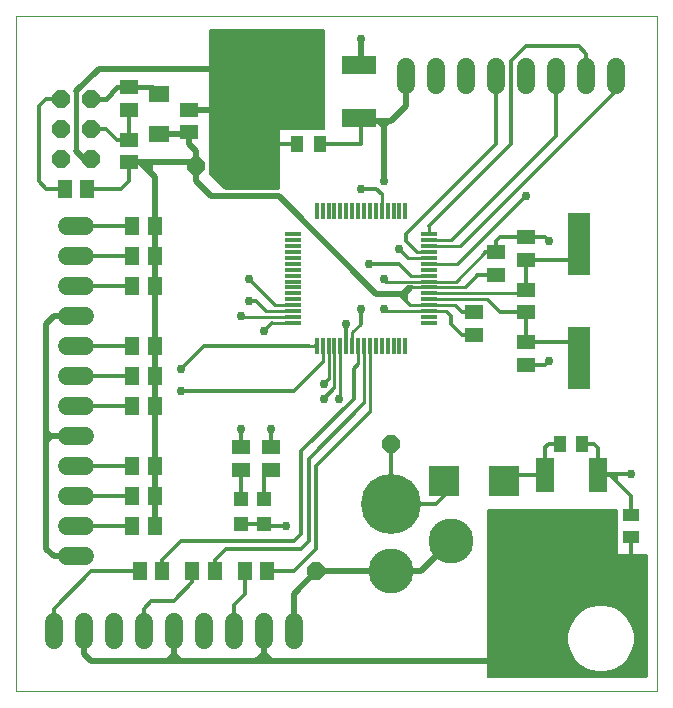
<source format=gtl>
G04 EAGLE Gerber RS-274X export*
G75*
%MOMM*%
%FSLAX34Y34*%
%LPD*%
%INTop Layer*%
%IPPOS*%
%AMOC8*
5,1,8,0,0,1.08239X$1,22.5*%
G01*
%ADD10C,0.000000*%
%ADD11P,1.649562X8X22.500000*%
%ADD12P,1.649562X8X202.500000*%
%ADD13P,1.649562X8X292.500000*%
%ADD14R,1.500000X1.300000*%
%ADD15R,1.422400X1.117600*%
%ADD16R,1.117600X1.422400*%
%ADD17R,2.540000X2.540000*%
%ADD18R,4.191000X4.826000*%
%ADD19R,2.997200X1.600200*%
%ADD20R,4.826000X4.191000*%
%ADD21R,1.600200X2.997200*%
%ADD22R,0.300000X1.475000*%
%ADD23R,1.475000X0.300000*%
%ADD24R,1.200000X1.200000*%
%ADD25R,1.930400X5.334000*%
%ADD26R,1.300000X1.500000*%
%ADD27C,1.508000*%
%ADD28C,3.810000*%
%ADD29C,5.080000*%
%ADD30R,1.800000X1.400000*%
%ADD31C,0.304800*%
%ADD32C,0.756400*%
%ADD33C,0.508000*%
%ADD34C,0.406400*%
%ADD35C,0.254000*%
%ADD36C,0.152400*%

G36*
X533426Y11180D02*
X533426Y11180D01*
X533452Y11178D01*
X533599Y11200D01*
X533746Y11217D01*
X533771Y11225D01*
X533797Y11229D01*
X533935Y11284D01*
X534074Y11334D01*
X534096Y11348D01*
X534121Y11358D01*
X534242Y11443D01*
X534367Y11523D01*
X534385Y11542D01*
X534407Y11557D01*
X534506Y11667D01*
X534609Y11774D01*
X534623Y11796D01*
X534640Y11816D01*
X534712Y11946D01*
X534788Y12073D01*
X534796Y12098D01*
X534809Y12121D01*
X534849Y12264D01*
X534894Y12405D01*
X534896Y12431D01*
X534904Y12456D01*
X534923Y12700D01*
X534923Y114300D01*
X534920Y114326D01*
X534922Y114352D01*
X534900Y114499D01*
X534883Y114646D01*
X534875Y114671D01*
X534871Y114697D01*
X534816Y114835D01*
X534766Y114974D01*
X534752Y114996D01*
X534742Y115021D01*
X534657Y115142D01*
X534577Y115267D01*
X534558Y115285D01*
X534543Y115307D01*
X534433Y115406D01*
X534326Y115509D01*
X534304Y115523D01*
X534284Y115540D01*
X534154Y115612D01*
X534027Y115688D01*
X534002Y115696D01*
X533979Y115709D01*
X533836Y115749D01*
X533695Y115794D01*
X533669Y115796D01*
X533644Y115804D01*
X533400Y115823D01*
X509523Y115823D01*
X509523Y152400D01*
X509520Y152426D01*
X509522Y152452D01*
X509500Y152599D01*
X509483Y152746D01*
X509475Y152771D01*
X509471Y152797D01*
X509416Y152935D01*
X509366Y153074D01*
X509352Y153096D01*
X509342Y153121D01*
X509257Y153242D01*
X509177Y153367D01*
X509158Y153385D01*
X509143Y153407D01*
X509033Y153506D01*
X508926Y153609D01*
X508904Y153623D01*
X508884Y153640D01*
X508754Y153712D01*
X508627Y153788D01*
X508602Y153796D01*
X508579Y153809D01*
X508436Y153849D01*
X508295Y153894D01*
X508269Y153896D01*
X508244Y153904D01*
X508000Y153923D01*
X400050Y153923D01*
X400024Y153920D01*
X399998Y153922D01*
X399851Y153900D01*
X399704Y153883D01*
X399679Y153875D01*
X399653Y153871D01*
X399515Y153816D01*
X399376Y153766D01*
X399354Y153752D01*
X399329Y153742D01*
X399208Y153657D01*
X399083Y153577D01*
X399065Y153558D01*
X399043Y153543D01*
X398944Y153433D01*
X398841Y153326D01*
X398827Y153304D01*
X398810Y153284D01*
X398738Y153154D01*
X398662Y153027D01*
X398654Y153002D01*
X398641Y152979D01*
X398601Y152836D01*
X398556Y152695D01*
X398554Y152669D01*
X398546Y152644D01*
X398527Y152400D01*
X398527Y12700D01*
X398530Y12674D01*
X398528Y12648D01*
X398550Y12501D01*
X398567Y12354D01*
X398575Y12329D01*
X398579Y12303D01*
X398634Y12165D01*
X398684Y12026D01*
X398698Y12004D01*
X398708Y11979D01*
X398793Y11858D01*
X398873Y11733D01*
X398892Y11715D01*
X398907Y11693D01*
X399017Y11594D01*
X399124Y11491D01*
X399146Y11477D01*
X399166Y11460D01*
X399296Y11388D01*
X399423Y11312D01*
X399448Y11304D01*
X399471Y11291D01*
X399614Y11251D01*
X399755Y11206D01*
X399781Y11204D01*
X399806Y11196D01*
X400050Y11177D01*
X533400Y11177D01*
X533426Y11180D01*
G37*
G36*
X222276Y424692D02*
X222276Y424692D01*
X222302Y424690D01*
X222449Y424712D01*
X222596Y424729D01*
X222621Y424737D01*
X222647Y424741D01*
X222785Y424796D01*
X222924Y424846D01*
X222946Y424860D01*
X222971Y424870D01*
X223092Y424955D01*
X223217Y425035D01*
X223235Y425054D01*
X223257Y425069D01*
X223356Y425179D01*
X223459Y425286D01*
X223473Y425308D01*
X223490Y425328D01*
X223562Y425458D01*
X223638Y425585D01*
X223646Y425610D01*
X223659Y425633D01*
X223699Y425776D01*
X223744Y425917D01*
X223746Y425943D01*
X223754Y425968D01*
X223773Y426212D01*
X223773Y474727D01*
X260350Y474727D01*
X260376Y474730D01*
X260402Y474728D01*
X260549Y474750D01*
X260696Y474767D01*
X260721Y474775D01*
X260747Y474779D01*
X260885Y474834D01*
X261024Y474884D01*
X261046Y474898D01*
X261071Y474908D01*
X261192Y474993D01*
X261317Y475073D01*
X261335Y475092D01*
X261357Y475107D01*
X261456Y475217D01*
X261559Y475324D01*
X261573Y475346D01*
X261590Y475366D01*
X261662Y475496D01*
X261738Y475623D01*
X261746Y475648D01*
X261759Y475671D01*
X261799Y475814D01*
X261844Y475955D01*
X261846Y475981D01*
X261854Y476006D01*
X261873Y476250D01*
X261873Y558800D01*
X261870Y558826D01*
X261872Y558852D01*
X261850Y558999D01*
X261833Y559146D01*
X261825Y559171D01*
X261821Y559197D01*
X261766Y559335D01*
X261716Y559474D01*
X261702Y559496D01*
X261692Y559521D01*
X261607Y559642D01*
X261527Y559767D01*
X261508Y559785D01*
X261493Y559807D01*
X261383Y559906D01*
X261276Y560009D01*
X261254Y560023D01*
X261234Y560040D01*
X261104Y560112D01*
X260977Y560188D01*
X260952Y560196D01*
X260929Y560209D01*
X260786Y560249D01*
X260645Y560294D01*
X260619Y560296D01*
X260594Y560304D01*
X260350Y560323D01*
X165100Y560323D01*
X165074Y560320D01*
X165048Y560322D01*
X164901Y560300D01*
X164754Y560283D01*
X164729Y560275D01*
X164703Y560271D01*
X164565Y560216D01*
X164426Y560166D01*
X164404Y560152D01*
X164379Y560142D01*
X164258Y560057D01*
X164133Y559977D01*
X164115Y559958D01*
X164093Y559943D01*
X163994Y559833D01*
X163891Y559726D01*
X163877Y559704D01*
X163860Y559684D01*
X163788Y559554D01*
X163712Y559427D01*
X163704Y559402D01*
X163691Y559379D01*
X163651Y559236D01*
X163606Y559095D01*
X163604Y559069D01*
X163596Y559044D01*
X163577Y558800D01*
X163577Y438150D01*
X163591Y438024D01*
X163598Y437898D01*
X163611Y437852D01*
X163617Y437804D01*
X163659Y437685D01*
X163694Y437563D01*
X163718Y437521D01*
X163734Y437476D01*
X163803Y437369D01*
X163864Y437259D01*
X163904Y437213D01*
X163923Y437183D01*
X163958Y437149D01*
X164023Y437073D01*
X175961Y425135D01*
X176060Y425056D01*
X176154Y424972D01*
X176196Y424948D01*
X176234Y424918D01*
X176348Y424864D01*
X176459Y424803D01*
X176505Y424790D01*
X176549Y424769D01*
X176672Y424743D01*
X176794Y424708D01*
X176855Y424703D01*
X176890Y424696D01*
X176938Y424697D01*
X177038Y424689D01*
X222250Y424689D01*
X222276Y424692D01*
G37*
%LPC*%
G36*
X491658Y16789D02*
X491658Y16789D01*
X484623Y18674D01*
X478316Y22316D01*
X473166Y27466D01*
X469524Y33773D01*
X467639Y40808D01*
X467639Y48092D01*
X469524Y55127D01*
X473166Y61434D01*
X478316Y66584D01*
X484623Y70226D01*
X491658Y72111D01*
X498942Y72111D01*
X505977Y70226D01*
X512284Y66584D01*
X517434Y61434D01*
X521076Y55127D01*
X522961Y48092D01*
X522961Y40808D01*
X521076Y33773D01*
X517434Y27466D01*
X512284Y22316D01*
X505977Y18674D01*
X498942Y16789D01*
X491658Y16789D01*
G37*
%LPD*%
D10*
X0Y0D02*
X542800Y0D01*
X542800Y571400D01*
X0Y571400D01*
X0Y0D01*
D11*
X152400Y444500D03*
X419100Y38100D03*
D12*
X317500Y209550D03*
D13*
X38100Y501650D03*
X63500Y501650D03*
X38100Y476250D03*
X63500Y476250D03*
X38100Y450850D03*
X63500Y450850D03*
D14*
X406400Y352450D03*
X406400Y371450D03*
X95250Y492150D03*
X95250Y511150D03*
D15*
X520700Y130175D03*
X520700Y149225D03*
D16*
X238125Y463550D03*
X257175Y463550D03*
D14*
X431800Y365150D03*
X431800Y384150D03*
X431800Y295250D03*
X431800Y276250D03*
D16*
X460375Y209550D03*
X479425Y209550D03*
D14*
X387350Y320650D03*
X387350Y301650D03*
D17*
X412750Y177800D03*
X361950Y177800D03*
D11*
X254000Y101600D03*
D18*
X207772Y508000D03*
D19*
X290576Y530098D03*
X290576Y485394D03*
D20*
X469900Y99822D03*
D21*
X447802Y182626D03*
X492506Y182626D03*
D22*
X254600Y291870D03*
X259600Y291870D03*
X264600Y291870D03*
X269600Y291870D03*
X274600Y291870D03*
X279600Y291870D03*
X284600Y291870D03*
X289600Y291870D03*
X294600Y291870D03*
X299600Y291870D03*
X304600Y291870D03*
X309600Y291870D03*
X314600Y291870D03*
X319600Y291870D03*
X324600Y291870D03*
X329600Y291870D03*
D23*
X349480Y311750D03*
X349480Y316750D03*
X349480Y321750D03*
X349480Y326750D03*
X349480Y331750D03*
X349480Y336750D03*
X349480Y341750D03*
X349480Y346750D03*
X349480Y351750D03*
X349480Y356750D03*
X349480Y361750D03*
X349480Y366750D03*
X349480Y371750D03*
X349480Y376750D03*
X349480Y381750D03*
X349480Y386750D03*
D22*
X329600Y406630D03*
X324600Y406630D03*
X319600Y406630D03*
X314600Y406630D03*
X309600Y406630D03*
X304600Y406630D03*
X299600Y406630D03*
X294600Y406630D03*
X289600Y406630D03*
X284600Y406630D03*
X279600Y406630D03*
X274600Y406630D03*
X269600Y406630D03*
X264600Y406630D03*
X259600Y406630D03*
X254600Y406630D03*
D23*
X234720Y386750D03*
X234720Y381750D03*
X234720Y376750D03*
X234720Y371750D03*
X234720Y366750D03*
X234720Y361750D03*
X234720Y356750D03*
X234720Y351750D03*
X234720Y346750D03*
X234720Y341750D03*
X234720Y336750D03*
X234720Y331750D03*
X234720Y326750D03*
X234720Y321750D03*
X234720Y316750D03*
X234720Y311750D03*
D24*
X190500Y141900D03*
X190500Y162900D03*
X209550Y141900D03*
X209550Y162900D03*
D25*
X476250Y281940D03*
X476250Y378460D03*
D26*
X212700Y101600D03*
X193700Y101600D03*
D14*
X431800Y320700D03*
X431800Y339700D03*
X215900Y187350D03*
X215900Y206350D03*
X190500Y187350D03*
X190500Y206350D03*
D26*
X41300Y425450D03*
X60300Y425450D03*
D14*
X95250Y466700D03*
X95250Y447700D03*
D26*
X168250Y101600D03*
X149250Y101600D03*
X123800Y101600D03*
X104800Y101600D03*
D27*
X234950Y58340D02*
X234950Y43260D01*
X209550Y43260D02*
X209550Y58340D01*
X184150Y58340D02*
X184150Y43260D01*
X158750Y43260D02*
X158750Y58340D01*
X133350Y58340D02*
X133350Y43260D01*
X107950Y43260D02*
X107950Y58340D01*
X82550Y58340D02*
X82550Y43260D01*
X57150Y43260D02*
X57150Y58340D01*
X31750Y58340D02*
X31750Y43260D01*
D28*
X317500Y101600D03*
X368300Y127000D03*
D29*
X317500Y158750D03*
D27*
X330200Y513160D02*
X330200Y528240D01*
X355600Y528240D02*
X355600Y513160D01*
X381000Y513160D02*
X381000Y528240D01*
X406400Y528240D02*
X406400Y513160D01*
X431800Y513160D02*
X431800Y528240D01*
X457200Y528240D02*
X457200Y513160D01*
X482600Y513160D02*
X482600Y528240D01*
X508000Y528240D02*
X508000Y513160D01*
X58340Y215900D02*
X43260Y215900D01*
X43260Y241300D02*
X58340Y241300D01*
X58340Y266700D02*
X43260Y266700D01*
X43260Y292100D02*
X58340Y292100D01*
X58340Y317500D02*
X43260Y317500D01*
X43260Y342900D02*
X58340Y342900D01*
X58340Y368300D02*
X43260Y368300D01*
X43260Y393700D02*
X58340Y393700D01*
X58340Y114300D02*
X43260Y114300D01*
X43260Y139700D02*
X58340Y139700D01*
X58340Y165100D02*
X43260Y165100D01*
X43260Y190500D02*
X58340Y190500D01*
D26*
X98450Y139700D03*
X117450Y139700D03*
X98450Y165100D03*
X117450Y165100D03*
X98450Y190500D03*
X117450Y190500D03*
X98450Y342900D03*
X117450Y342900D03*
X98450Y368300D03*
X117450Y368300D03*
X98450Y393700D03*
X117450Y393700D03*
X98450Y241300D03*
X117450Y241300D03*
X98450Y266700D03*
X117450Y266700D03*
X98450Y292100D03*
X117450Y292100D03*
D30*
X120650Y471950D03*
X120650Y505950D03*
D14*
X146050Y473100D03*
X146050Y492100D03*
D31*
X431800Y384150D02*
X447700Y384150D01*
X450850Y381000D01*
D32*
X450850Y381000D03*
D31*
X447700Y276250D02*
X431800Y276250D01*
X447700Y276250D02*
X450850Y279400D01*
D32*
X450850Y279400D03*
D33*
X50800Y114300D02*
X31750Y114300D01*
X25400Y120650D01*
X25400Y212090D01*
X25400Y215900D01*
X25400Y219710D01*
X25400Y311150D01*
X31750Y317500D01*
X50800Y317500D01*
D31*
X50800Y215900D02*
X25400Y215900D01*
D33*
X29210Y215900D02*
X25400Y219710D01*
X29210Y215900D02*
X50800Y215900D01*
X29210Y215900D02*
X25400Y212090D01*
D31*
X190500Y141900D02*
X209550Y141900D01*
D33*
X254000Y101600D02*
X234950Y82550D01*
X254000Y101600D02*
X317500Y101600D01*
X342900Y101600D01*
X368300Y127000D01*
D31*
X492506Y182626D02*
X503174Y182626D01*
X505460Y180340D01*
X520700Y165100D02*
X520700Y149225D01*
X492506Y182626D02*
X492506Y184150D01*
X492506Y205994D01*
X488950Y209550D01*
X479425Y209550D01*
D34*
X76200Y501650D02*
X63500Y501650D01*
X85700Y511150D02*
X95250Y511150D01*
X85700Y511150D02*
X76200Y501650D01*
D31*
X257175Y463550D02*
X292100Y463550D01*
X292100Y483870D01*
X290576Y485394D01*
D32*
X520700Y184150D03*
D31*
X508000Y184150D01*
X505460Y184150D01*
X492506Y184150D01*
X505460Y180340D02*
X508000Y177800D01*
X505460Y180340D02*
X505460Y184150D01*
X508000Y177800D02*
X520700Y165100D01*
X508000Y177800D02*
X508000Y184150D01*
D33*
X234950Y82550D02*
X234950Y50800D01*
D35*
X349480Y346750D02*
X372150Y346750D01*
D31*
X396850Y371450D02*
X406400Y371450D01*
D35*
X396850Y371450D02*
X372150Y346750D01*
X364050Y321750D02*
X349480Y321750D01*
X364050Y321750D02*
X368300Y317500D01*
D31*
X368300Y311150D01*
X377800Y301650D01*
X387350Y301650D01*
D33*
X330200Y495300D02*
X330200Y520700D01*
D31*
X209550Y141900D02*
X211750Y139700D01*
X228600Y139700D01*
D32*
X228600Y139700D03*
D31*
X293370Y482600D02*
X290576Y485394D01*
D33*
X317500Y482600D02*
X330200Y495300D01*
X307340Y482600D02*
X293370Y482600D01*
X307340Y482600D02*
X311150Y482600D01*
D31*
X311150Y478790D01*
D32*
X311150Y431800D03*
D33*
X311150Y478790D01*
X314960Y482600D02*
X317500Y482600D01*
X314960Y482600D02*
X311150Y482600D01*
X311150Y478790D02*
X307340Y482600D01*
X311150Y478790D02*
X314960Y482600D01*
D31*
X311150Y323850D02*
X313250Y321750D01*
D32*
X311150Y323850D03*
D35*
X313250Y321750D02*
X349480Y321750D01*
X349480Y346750D02*
X313650Y346750D01*
D31*
X311150Y349250D01*
D32*
X311150Y349250D03*
D31*
X409550Y384150D02*
X431800Y384150D01*
X409550Y384150D02*
X406400Y381000D01*
X406400Y371450D01*
D34*
X115450Y511150D02*
X95250Y511150D01*
X115450Y511150D02*
X120650Y505950D01*
D33*
X117450Y165100D02*
X117450Y139700D01*
X117450Y165100D02*
X117450Y190500D01*
X117450Y241300D01*
X117450Y266700D01*
X117450Y292100D01*
X117450Y342900D01*
X117450Y368300D01*
X117450Y393700D01*
X117450Y435000D01*
X113030Y439420D02*
X104750Y447700D01*
D31*
X95250Y447700D02*
X92100Y450850D01*
X60300Y425450D02*
X57150Y422300D01*
X390550Y352450D02*
X406400Y352450D01*
D35*
X390550Y352450D02*
X379850Y341750D01*
X349480Y341750D01*
X349480Y326750D02*
X371750Y326750D01*
D31*
X377850Y320650D02*
X387350Y320650D01*
D35*
X377850Y320650D02*
X371750Y326750D01*
X349480Y326750D02*
X333650Y326750D01*
D31*
X330200Y330200D01*
X330200Y336550D01*
D35*
X335400Y341750D02*
X349480Y341750D01*
D31*
X335400Y341750D02*
X330200Y336550D01*
D33*
X326390Y336550D02*
X323850Y336550D01*
X304800Y336550D01*
X222250Y419100D01*
D31*
X328930Y336550D02*
X330200Y336550D01*
X328930Y336550D02*
X326390Y336550D01*
D33*
X104750Y447700D02*
X95250Y447700D01*
X104750Y447700D02*
X113030Y447700D01*
X113030Y439420D02*
X117450Y435000D01*
X113030Y439420D02*
X113030Y447700D01*
D31*
X334130Y341750D02*
X335400Y341750D01*
X334130Y341750D02*
X328930Y336550D01*
X326390Y334010D02*
X323850Y336550D01*
X326390Y334010D02*
X328930Y331470D01*
X326390Y334010D02*
X326390Y336550D01*
X328930Y331470D02*
X330200Y330200D01*
X328930Y331470D02*
X328930Y336550D01*
X331590Y341750D02*
X334130Y341750D01*
X331590Y341750D02*
X326390Y336550D01*
D33*
X152400Y431800D02*
X152400Y444500D01*
X152400Y431800D02*
X165100Y419100D01*
X222250Y419100D01*
X149200Y447700D02*
X95250Y447700D01*
X149200Y447700D02*
X152400Y444500D01*
D31*
X88900Y425450D02*
X60300Y425450D01*
X88900Y425450D02*
X95250Y431800D01*
X95250Y447700D01*
X150350Y446550D02*
X152400Y444500D01*
X144000Y471050D02*
X146050Y473100D01*
D33*
X144900Y471950D01*
X120650Y471950D01*
X152400Y457200D02*
X152400Y444500D01*
X146050Y463550D02*
X146050Y473100D01*
X146050Y463550D02*
X152400Y457200D01*
X57150Y31750D02*
X63500Y25400D01*
X128270Y25400D01*
X133350Y25400D01*
X138430Y25400D01*
X203200Y25400D01*
X209550Y31750D01*
X138430Y25400D02*
X133350Y30480D01*
X128270Y25400D01*
X203200Y25400D02*
X214630Y25400D01*
D31*
X215900Y25400D01*
D33*
X406400Y25400D01*
D31*
X214630Y25400D02*
X209550Y30480D01*
D33*
X209550Y31750D02*
X215900Y25400D01*
D31*
X520700Y114300D02*
X520700Y130175D01*
D32*
X292100Y552450D03*
D33*
X292100Y531622D01*
D31*
X290576Y530098D01*
D33*
X57150Y50800D02*
X57150Y31750D01*
X133350Y25400D02*
X133350Y50800D01*
X209550Y50800D02*
X209550Y30480D01*
D31*
X44450Y422300D02*
X41300Y425450D01*
D35*
X309600Y420650D02*
X309600Y406630D01*
D31*
X309600Y420650D02*
X304800Y425450D01*
X292100Y425450D01*
D32*
X292100Y425450D03*
D31*
X38100Y501650D02*
X25400Y501650D01*
X19050Y495300D01*
X19050Y431800D01*
X25400Y425450D01*
X41300Y425450D01*
X431800Y365150D02*
X431800Y339700D01*
X431800Y365150D02*
X473100Y365150D01*
X476250Y368300D01*
X476250Y378460D01*
D35*
X428850Y336750D02*
X349480Y336750D01*
D31*
X428850Y336750D02*
X431800Y339700D01*
D36*
X431800Y320700D02*
X431800Y317500D01*
D31*
X431800Y295250D01*
X473100Y295250D01*
X476250Y292100D01*
X476250Y281940D01*
D35*
X398500Y331750D02*
X349480Y331750D01*
D31*
X409550Y320700D02*
X431800Y320700D01*
D35*
X409550Y320700D02*
X398500Y331750D01*
D31*
X76200Y476250D02*
X63500Y476250D01*
X85750Y466700D02*
X95250Y466700D01*
X85750Y466700D02*
X76200Y476250D01*
X95250Y466700D02*
X95250Y492150D01*
D35*
X334050Y351750D02*
X349480Y351750D01*
D31*
X334050Y351750D02*
X323850Y361950D01*
D32*
X298450Y361950D03*
D31*
X323850Y361950D01*
D35*
X349480Y361750D02*
X374450Y361750D01*
D32*
X431800Y419100D03*
D31*
X374450Y361750D01*
X331750Y366750D02*
X323850Y374650D01*
D35*
X331750Y366750D02*
X349480Y366750D01*
D32*
X323850Y374650D03*
D35*
X339450Y371750D02*
X349480Y371750D01*
D31*
X339450Y371750D02*
X330200Y381000D01*
X330200Y387350D01*
X406400Y463550D01*
X406400Y520700D01*
D35*
X376750Y376750D02*
X349480Y376750D01*
D31*
X508000Y508000D02*
X508000Y520700D01*
X508000Y508000D02*
X376750Y376750D01*
D35*
X294600Y291870D02*
X294600Y243800D01*
D31*
X168250Y111100D02*
X168250Y101600D01*
X241300Y120650D02*
X247650Y127000D01*
X177800Y120650D02*
X168250Y111100D01*
X177800Y120650D02*
X241300Y120650D01*
X247650Y127000D02*
X247650Y196850D01*
X294600Y243800D01*
X123800Y111100D02*
X123800Y101600D01*
D35*
X289600Y276900D02*
X289600Y291870D01*
D31*
X289600Y276900D02*
X285750Y273050D01*
X285750Y247650D01*
X139700Y127000D02*
X123800Y111100D01*
X139700Y127000D02*
X234950Y127000D01*
X241300Y133350D01*
X241300Y203200D02*
X285750Y247650D01*
X241300Y203200D02*
X241300Y133350D01*
X190500Y206350D02*
X190500Y222250D01*
D32*
X190500Y222250D03*
D35*
X284600Y291870D02*
X284600Y303650D01*
X292100Y311150D01*
D32*
X292100Y323850D03*
D31*
X292100Y311150D01*
X215900Y222250D02*
X215900Y206350D01*
D32*
X215900Y222250D03*
X279400Y311150D03*
D31*
X279400Y292070D02*
X279600Y291870D01*
X279400Y292070D02*
X279400Y311150D01*
X98450Y139700D02*
X50800Y139700D01*
D35*
X274600Y249200D02*
X274600Y291870D01*
D31*
X274600Y249200D02*
X273050Y247650D01*
D32*
X273050Y247650D03*
D31*
X98450Y165100D02*
X50800Y165100D01*
D35*
X269600Y256900D02*
X269600Y291870D01*
D31*
X269600Y256900D02*
X260350Y247650D01*
D32*
X260350Y247650D03*
D31*
X98450Y190500D02*
X50800Y190500D01*
D32*
X260350Y260350D03*
D35*
X264600Y264600D02*
X264600Y291870D01*
D31*
X264600Y264600D02*
X260350Y260350D01*
X98450Y241300D02*
X50800Y241300D01*
D35*
X259600Y278650D02*
X259600Y291870D01*
D32*
X139700Y254000D03*
D31*
X234950Y254000D02*
X259600Y278650D01*
X234950Y254000D02*
X139700Y254000D01*
X98450Y266700D02*
X50800Y266700D01*
D35*
X247650Y292100D02*
X253298Y292100D01*
D31*
X253528Y291870D02*
X254600Y291870D01*
X253528Y291870D02*
X253298Y292100D01*
D32*
X139700Y273050D03*
D31*
X158750Y292100D01*
X247650Y292100D01*
X447802Y206502D02*
X447802Y182626D01*
X450850Y209550D02*
X460375Y209550D01*
X450850Y209550D02*
X447802Y206502D01*
X447802Y182626D02*
X417576Y182626D01*
X412750Y177800D01*
X355600Y158750D02*
X317500Y158750D01*
X355600Y158750D02*
X361950Y165100D01*
X361950Y177800D01*
X317500Y158750D02*
X317500Y209550D01*
D35*
X349480Y381750D02*
X369050Y381750D01*
D31*
X457200Y469900D01*
X457200Y520700D01*
D35*
X349480Y393930D02*
X349480Y386750D01*
D31*
X349480Y393930D02*
X419100Y463550D01*
X419100Y533400D01*
X431800Y546100D01*
X476250Y546100D01*
X482600Y539750D01*
X482600Y520700D01*
X98450Y292100D02*
X50800Y292100D01*
D32*
X209550Y304800D03*
D35*
X216500Y311750D02*
X234720Y311750D01*
D31*
X216500Y311750D02*
X209550Y304800D01*
X98450Y342900D02*
X50800Y342900D01*
D35*
X191250Y316750D02*
X234720Y316750D01*
D31*
X191250Y316750D02*
X190500Y317500D01*
D32*
X190500Y317500D03*
D31*
X98450Y368300D02*
X50800Y368300D01*
D35*
X211650Y321750D02*
X234720Y321750D01*
D31*
X211650Y321750D02*
X203200Y330200D01*
X196850Y330200D01*
D32*
X196850Y330200D03*
D31*
X98450Y393700D02*
X50800Y393700D01*
D35*
X219350Y326750D02*
X234720Y326750D01*
D31*
X219350Y326750D02*
X196850Y349250D01*
D32*
X196850Y349250D03*
D31*
X254000Y190500D02*
X254000Y120650D01*
D35*
X299600Y236100D02*
X299600Y291870D01*
D31*
X299600Y236100D02*
X254000Y190500D01*
X234950Y101600D02*
X212700Y101600D01*
X234950Y101600D02*
X254000Y120650D01*
X184150Y73000D02*
X184150Y50800D01*
X193700Y82550D02*
X193700Y101600D01*
X193700Y82550D02*
X184150Y73000D01*
X107950Y69850D02*
X107950Y50800D01*
X107950Y69850D02*
X114300Y76200D01*
X133350Y76200D01*
X149250Y92100D01*
X149250Y101600D01*
X31750Y69850D02*
X31750Y50800D01*
X31750Y69850D02*
X63500Y101600D01*
X104800Y101600D01*
X209550Y181000D02*
X215900Y187350D01*
X209550Y181000D02*
X209550Y162900D01*
X190500Y162900D02*
X190500Y187350D01*
X215900Y463550D02*
X238125Y463550D01*
D33*
X63500Y450850D02*
X57150Y450850D01*
X50800Y457200D01*
D34*
X50800Y508000D01*
D33*
X69850Y527050D01*
X171450Y527050D01*
X168250Y492100D02*
X146050Y492100D01*
X168250Y492100D02*
X171450Y495300D01*
M02*

</source>
